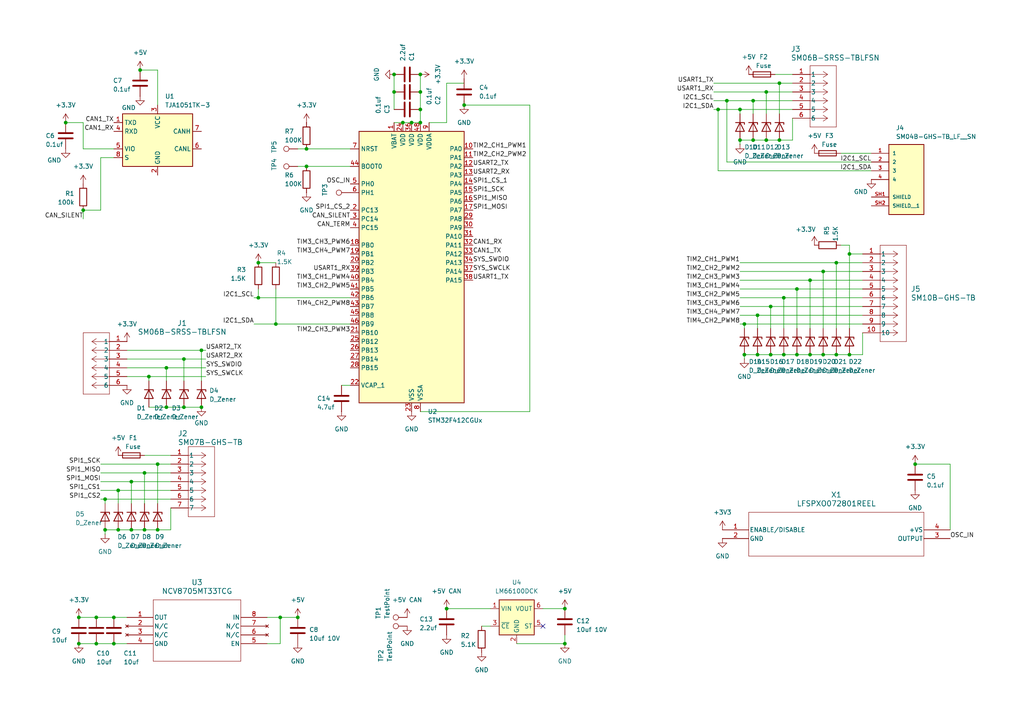
<source format=kicad_sch>
(kicad_sch (version 20250114) (generator "eeschema") (generator_version "9.0")
  (paper "A4")
  (lib_symbols
    (symbol "Connector:TestPoint" (pin_numbers (hide yes)) (pin_names (offset 0.762) (hide yes))
      (property "Reference" "TP" (at 0 6.858 0))
      (property "Value" "TestPoint" (at 0 5.08 0))
      (symbol "TestPoint_1_1"
        (pin passive line (at 0 0 90) (length 2.54) (name "1") (number "1"))
      )
    )
    (symbol "Device:C" (pin_numbers (hide yes)) (pin_names (offset 0.254))
      (property "Reference" "C" (at 0.635 2.54 0))
      (property "Value" "C" (at 0.635 -2.54 0))
      (symbol "C_1_1"
        (pin passive line (at 0 3.81 270) (length 2.794) (name "~") (number "1"))
        (pin passive line (at 0 -3.81 90) (length 2.794) (name "~") (number "2"))
      )
    )
    (symbol "Device:D_Zener" (pin_numbers (hide yes)) (pin_names (offset 1.016) (hide yes))
      (property "Reference" "D" (at 0 2.54 0))
      (property "Value" "D_Zener" (at 0 -2.54 0))
      (symbol "D_Zener_1_1"
        (pin passive line (at -3.81 0 0) (length 2.54) (name "K") (number "1"))
        (pin passive line (at 3.81 0 180) (length 2.54) (name "A") (number "2"))
      )
    )
    (symbol "Device:Fuse" (pin_numbers (hide yes)) (pin_names (offset 0))
      (property "Reference" "F" (at 2.032 0 90))
      (property "Value" "Fuse" (at -1.905 0 90))
      (symbol "Fuse_1_1"
        (pin passive line (at 0 3.81 270) (length 1.27) (name "~") (number "1"))
        (pin passive line (at 0 -3.81 90) (length 1.27) (name "~") (number "2"))
      )
    )
    (symbol "Device:R" (pin_numbers (hide yes)) (pin_names (offset 0))
      (property "Reference" "R" (at 2.032 0 90))
      (property "Value" "R" (at 0 0 90))
      (symbol "R_1_1"
        (pin passive line (at 0 3.81 270) (length 1.27) (name "~") (number "1"))
        (pin passive line (at 0 -3.81 90) (length 1.27) (name "~") (number "2"))
      )
    )
    (symbol "Interface_CAN_LIN:TJA1051TK-3"
      (property "Reference" "U" (at -10.16 8.89 0))
      (property "Value" "TJA1051TK-3" (at 1.27 8.89 0))
      (symbol "TJA1051TK-3_1_1"
        (pin input line (at -12.7 5.08 0) (length 2.54) (name "TXD") (number "1"))
        (pin output line (at -12.7 2.54 0) (length 2.54) (name "RXD") (number "4"))
        (pin power_in line (at -12.7 -2.54 0) (length 2.54) (name "VIO") (number "5"))
        (pin input line (at -12.7 -5.08 0) (length 2.54) (name "S") (number "8"))
        (pin power_in line (at 0 10.16 270) (length 2.54) (name "VCC") (number "3"))
        (pin power_in line (at 0 -10.16 90) (length 2.54) (name "GND") (number "2"))
        (pin passive line (at 0 -10.16 90) (length 2.54) (hide yes) (name "GND") (number "9"))
        (pin bidirectional line (at 12.7 2.54 180) (length 2.54) (name "CANH") (number "7"))
        (pin bidirectional line (at 12.7 -2.54 180) (length 2.54) (name "CANL") (number "6"))
      )
    )
    (symbol "LFSPXO072801:LFSPXO072801REEL" (pin_names (offset 0.254))
      (property "Reference" "X" (at 33.02 10.16 0))
      (property "Value" "LFSPXO072801REEL" (at 33.02 7.62 0))
      (symbol "LFSPXO072801REEL_0_1"
        (pin unspecified line (at 0 0 0) (length 7.62) (name "ENABLE/DISABLE") (number "1"))
        (pin power_out line (at 0 -2.54 0) (length 7.62) (name "GND") (number "2"))
        (pin power_in line (at 66.04 0 180) (length 7.62) (name "+VS") (number "4"))
        (pin output line (at 66.04 -2.54 180) (length 7.62) (name "OUTPUT") (number "3"))
      )
    )
    (symbol "MCU_ST_STM32F4:STM32F412CGUx"
      (property "Reference" "U" (at -15.24 41.91 0))
      (property "Value" "STM32F412CGUx" (at 7.62 41.91 0))
      (symbol "STM32F412CGUx_1_1"
        (pin input line (at -17.78 35.56 0) (length 2.54) (name "NRST") (number "7"))
        (pin input line (at -17.78 30.48 0) (length 2.54) (name "BOOT0") (number "44"))
        (pin bidirectional line (at -17.78 25.4 0) (length 2.54) (name "PH0") (number "5"))
        (pin bidirectional line (at -17.78 22.86 0) (length 2.54) (name "PH1") (number "6"))
        (pin bidirectional line (at -17.78 17.78 0) (length 2.54) (name "PC13") (number "2"))
        (pin bidirectional line (at -17.78 15.24 0) (length 2.54) (name "PC14") (number "3"))
        (pin bidirectional line (at -17.78 12.7 0) (length 2.54) (name "PC15") (number "4"))
        (pin bidirectional line (at -17.78 7.62 0) (length 2.54) (name "PB0") (number "18"))
        (pin bidirectional line (at -17.78 5.08 0) (length 2.54) (name "PB1") (number "19"))
        (pin bidirectional line (at -17.78 2.54 0) (length 2.54) (name "PB2") (number "20"))
        (pin bidirectional line (at -17.78 0 0) (length 2.54) (name "PB3") (number "39"))
        (pin bidirectional line (at -17.78 -2.54 0) (length 2.54) (name "PB4") (number "40"))
        (pin bidirectional line (at -17.78 -5.08 0) (length 2.54) (name "PB5") (number "41"))
        (pin bidirectional line (at -17.78 -7.62 0) (length 2.54) (name "PB6") (number "42"))
        (pin bidirectional line (at -17.78 -10.16 0) (length 2.54) (name "PB7") (number "43"))
        (pin bidirectional line (at -17.78 -12.7 0) (length 2.54) (name "PB8") (number "45"))
        (pin bidirectional line (at -17.78 -15.24 0) (length 2.54) (name "PB9") (number "46"))
        (pin bidirectional line (at -17.78 -17.78 0) (length 2.54) (name "PB10") (number "21"))
        (pin bidirectional line (at -17.78 -20.32 0) (length 2.54) (name "PB12") (number "25"))
        (pin bidirectional line (at -17.78 -22.86 0) (length 2.54) (name "PB13") (number "26"))
        (pin bidirectional line (at -17.78 -25.4 0) (length 2.54) (name "PB14") (number "27"))
        (pin bidirectional line (at -17.78 -27.94 0) (length 2.54) (name "PB15") (number "28"))
        (pin power_out line (at -17.78 -33.02 0) (length 2.54) (name "VCAP_1") (number "22"))
        (pin power_in line (at -5.08 43.18 270) (length 2.54) (name "VBAT") (number "1"))
        (pin power_in line (at -2.54 43.18 270) (length 2.54) (name "VDD") (number "24"))
        (pin power_in line (at 0 43.18 270) (length 2.54) (name "VDD") (number "36"))
        (pin power_in line (at 0 -40.64 90) (length 2.54) (name "VSS") (number "23"))
        (pin passive line (at 0 -40.64 90) (length 2.54) (hide yes) (name "VSS") (number "35"))
        (pin passive line (at 0 -40.64 90) (length 2.54) (hide yes) (name "VSS") (number "47"))
        (pin passive line (at 0 -40.64 90) (length 2.54) (hide yes) (name "VSS") (number "49"))
        (pin power_in line (at 2.54 43.18 270) (length 2.54) (name "VDD") (number "48"))
        (pin power_in line (at 2.54 -40.64 90) (length 2.54) (name "VSSA") (number "8"))
        (pin power_in line (at 5.08 43.18 270) (length 2.54) (name "VDDA") (number "9"))
        (pin bidirectional line (at 17.78 35.56 180) (length 2.54) (name "PA0") (number "10"))
        (pin bidirectional line (at 17.78 33.02 180) (length 2.54) (name "PA1") (number "11"))
        (pin bidirectional line (at 17.78 30.48 180) (length 2.54) (name "PA2") (number "12"))
        (pin bidirectional line (at 17.78 27.94 180) (length 2.54) (name "PA3") (number "13"))
        (pin bidirectional line (at 17.78 25.4 180) (length 2.54) (name "PA4") (number "14"))
        (pin bidirectional line (at 17.78 22.86 180) (length 2.54) (name "PA5") (number "15"))
        (pin bidirectional line (at 17.78 20.32 180) (length 2.54) (name "PA6") (number "16"))
        (pin bidirectional line (at 17.78 17.78 180) (length 2.54) (name "PA7") (number "17"))
        (pin bidirectional line (at 17.78 15.24 180) (length 2.54) (name "PA8") (number "29"))
        (pin bidirectional line (at 17.78 12.7 180) (length 2.54) (name "PA9") (number "30"))
        (pin bidirectional line (at 17.78 10.16 180) (length 2.54) (name "PA10") (number "31"))
        (pin bidirectional line (at 17.78 7.62 180) (length 2.54) (name "PA11") (number "32"))
        (pin bidirectional line (at 17.78 5.08 180) (length 2.54) (name "PA12") (number "33"))
        (pin bidirectional line (at 17.78 2.54 180) (length 2.54) (name "PA13") (number "34"))
        (pin bidirectional line (at 17.78 0 180) (length 2.54) (name "PA14") (number "37"))
        (pin bidirectional line (at 17.78 -2.54 180) (length 2.54) (name "PA15") (number "38"))
      )
    )
    (symbol "NCV8705MT33TCG:NCV8705MT33TCG" (pin_names (offset 0.254))
      (property "Reference" "U" (at 20.32 10.16 0))
      (property "Value" "NCV8705MT33TCG" (at 20.32 7.62 0))
      (symbol "NCV8705MT33TCG_0_1"
        (pin output line (at 0 0 0) (length 7.62) (name "OUT") (number "1"))
        (pin no_connect line (at 0 -2.54 0) (length 7.62) (name "N/C") (number "2"))
        (pin no_connect line (at 0 -5.08 0) (length 7.62) (name "N/C") (number "3"))
        (pin power_out line (at 0 -7.62 0) (length 7.62) (name "GND") (number "4"))
        (pin input line (at 40.64 0 180) (length 7.62) (name "IN") (number "8"))
        (pin no_connect line (at 40.64 -2.54 180) (length 7.62) (name "N/C") (number "7"))
        (pin no_connect line (at 40.64 -5.08 180) (length 7.62) (name "N/C") (number "6"))
        (pin unspecified line (at 40.64 -7.62 180) (length 7.62) (name "EN") (number "5"))
      )
    )
    (symbol "Power_Management:LM66100DCK"
      (property "Reference" "U" (at -5.08 6.096 0))
      (property "Value" "LM66100DCK" (at 0.254 -6.35 0))
      (symbol "LM66100DCK_1_1"
        (pin power_in line (at -7.62 2.54 0) (length 2.54) (name "VIN") (number "1"))
        (pin input line (at -7.62 -2.54 0) (length 2.54) (name "~{CE}") (number "3"))
        (pin no_connect line (at 0 5.08 270) (length 2.54) (hide yes) (name "NC") (number "4"))
        (pin power_in line (at 0 -7.62 90) (length 2.54) (name "GND") (number "2"))
        (pin power_out line (at 7.62 2.54 180) (length 2.54) (name "VOUT") (number "6"))
        (pin open_collector line (at 7.62 -2.54 180) (length 2.54) (name "ST") (number "5"))
      )
    )
    (symbol "SM04B-GHS-TB_LF__SN_-:SM04B-GHS-TB_LF__SN_-" (pin_names (offset 1.016))
      (property "Reference" "J" (at -5.0802 7.6203 0))
      (property "Value" "SM04B-GHS-TB_LF__SN_-" (at -5.0859 -15.2547 0))
      (symbol "SM04B-GHS-TB_LF__SN_-_0_0"
        (pin passive line (at -10.16 5.08 0) (length 5.08) (name "1") (number "1"))
        (pin passive line (at -10.16 2.54 0) (length 5.08) (name "2") (number "2"))
        (pin passive line (at -10.16 0 0) (length 5.08) (name "3") (number "3"))
        (pin passive line (at -10.16 -2.54 0) (length 5.08) (name "4") (number "4"))
        (pin power_in line (at -10.16 -7.62 0) (length 5.08) (name "SHIELD") (number "SH1"))
        (pin power_in line (at -10.16 -10.16 0) (length 5.08) (name "SHIELD__1") (number "SH2"))
      )
    )
    (symbol "SM06B-SRSS-TB:SM06B-SRSS-TBLFSN" (pin_names (offset 0.254))
      (property "Reference" "J" (at 8.89 6.35 0))
      (property "Value" "SM06B-SRSS-TBLFSN" (at 0 0 0))
      (symbol "SM06B-SRSS-TBLFSN_1_1"
        (pin unspecified line (at 0 0 0) (length 5.08) (name "1") (number "1"))
        (pin unspecified line (at 0 -2.54 0) (length 5.08) (name "2") (number "2"))
        (pin unspecified line (at 0 -5.08 0) (length 5.08) (name "3") (number "3"))
        (pin unspecified line (at 0 -7.62 0) (length 5.08) (name "4") (number "4"))
        (pin unspecified line (at 0 -10.16 0) (length 5.08) (name "5") (number "5"))
        (pin unspecified line (at 0 -12.7 0) (length 5.08) (name "6") (number "6"))
      )
      (symbol "SM06B-SRSS-TBLFSN_1_2"
        (pin unspecified line (at 0 0 0) (length 5.08) (name "1") (number "1"))
        (pin unspecified line (at 0 -2.54 0) (length 5.08) (name "2") (number "2"))
        (pin unspecified line (at 0 -5.08 0) (length 5.08) (name "3") (number "3"))
        (pin unspecified line (at 0 -7.62 0) (length 5.08) (name "4") (number "4"))
        (pin unspecified line (at 0 -10.16 0) (length 5.08) (name "5") (number "5"))
        (pin unspecified line (at 0 -12.7 0) (length 5.08) (name "6") (number "6"))
      )
    )
    (symbol "SM07B-GHS-TB:SM07B-GHS-TB" (pin_names (offset 0.254))
      (property "Reference" "J" (at 8.89 6.35 0))
      (property "Value" "SM07B-GHS-TB" (at 0 0 0))
      (symbol "SM07B-GHS-TB_1_1"
        (pin unspecified line (at 0 0 0) (length 5.08) (name "1") (number "1"))
        (pin unspecified line (at 0 -2.54 0) (length 5.08) (name "2") (number "2"))
        (pin unspecified line (at 0 -5.08 0) (length 5.08) (name "3") (number "3"))
        (pin unspecified line (at 0 -7.62 0) (length 5.08) (name "4") (number "4"))
        (pin unspecified line (at 0 -10.16 0) (length 5.08) (name "5") (number "5"))
        (pin unspecified line (at 0 -12.7 0) (length 5.08) (name "6") (number "6"))
        (pin unspecified line (at 0 -15.24 0) (length 5.08) (name "7") (number "7"))
      )
      (symbol "SM07B-GHS-TB_1_2"
        (pin unspecified line (at 0 0 0) (length 5.08) (name "1") (number "1"))
        (pin unspecified line (at 0 -2.54 0) (length 5.08) (name "2") (number "2"))
        (pin unspecified line (at 0 -5.08 0) (length 5.08) (name "3") (number "3"))
        (pin unspecified line (at 0 -7.62 0) (length 5.08) (name "4") (number "4"))
        (pin unspecified line (at 0 -10.16 0) (length 5.08) (name "5") (number "5"))
        (pin unspecified line (at 0 -12.7 0) (length 5.08) (name "6") (number "6"))
        (pin unspecified line (at 0 -15.24 0) (length 5.08) (name "7") (number "7"))
      )
    )
    (symbol "SM10B-GHS-TB:SM10B-GHS-TB" (pin_names (offset 0.254))
      (property "Reference" "J" (at 8.89 6.35 0))
      (property "Value" "SM10B-GHS-TB" (at 0 0 0))
      (symbol "SM10B-GHS-TB_1_1"
        (pin unspecified line (at 0 0 0) (length 5.08) (name "1") (number "1"))
        (pin unspecified line (at 0 -2.54 0) (length 5.08) (name "2") (number "2"))
        (pin unspecified line (at 0 -5.08 0) (length 5.08) (name "3") (number "3"))
        (pin unspecified line (at 0 -7.62 0) (length 5.08) (name "4") (number "4"))
        (pin unspecified line (at 0 -10.16 0) (length 5.08) (name "5") (number "5"))
        (pin unspecified line (at 0 -12.7 0) (length 5.08) (name "6") (number "6"))
        (pin unspecified line (at 0 -15.24 0) (length 5.08) (name "7") (number "7"))
        (pin unspecified line (at 0 -17.78 0) (length 5.08) (name "8") (number "8"))
        (pin unspecified line (at 0 -20.32 0) (length 5.08) (name "9") (number "9"))
        (pin unspecified line (at 0 -22.86 0) (length 5.08) (name "10") (number "10"))
      )
      (symbol "SM10B-GHS-TB_1_2"
        (pin unspecified line (at 0 0 0) (length 5.08) (name "1") (number "1"))
        (pin unspecified line (at 0 -2.54 0) (length 5.08) (name "2") (number "2"))
        (pin unspecified line (at 0 -5.08 0) (length 5.08) (name "3") (number "3"))
        (pin unspecified line (at 0 -7.62 0) (length 5.08) (name "4") (number "4"))
        (pin unspecified line (at 0 -10.16 0) (length 5.08) (name "5") (number "5"))
        (pin unspecified line (at 0 -12.7 0) (length 5.08) (name "6") (number "6"))
        (pin unspecified line (at 0 -15.24 0) (length 5.08) (name "7") (number "7"))
        (pin unspecified line (at 0 -17.78 0) (length 5.08) (name "8") (number "8"))
        (pin unspecified line (at 0 -20.32 0) (length 5.08) (name "9") (number "9"))
        (pin unspecified line (at 0 -22.86 0) (length 5.08) (name "10") (number "10"))
      )
    )
    (symbol "power:+3.3V" (power) (pin_numbers (hide yes)) (pin_names (offset 0) (hide yes))
      (property "Value" "+3.3V" (at 0 3.556 0))
      (symbol "+3.3V_1_1"
        (pin power_in line (at 0 0 90) (length 0) (name "~") (number "1"))
      )
    )
    (symbol "power:+3V3" (power) (pin_numbers (hide yes)) (pin_names (offset 0) (hide yes))
      (property "Value" "+3V3" (at 0 3.556 0))
      (symbol "+3V3_1_1"
        (pin power_in line (at 0 0 90) (length 0) (name "~") (number "1"))
      )
    )
    (symbol "power:+5V" (power) (pin_numbers (hide yes)) (pin_names (offset 0) (hide yes))
      (property "Value" "+5V" (at 0 3.556 0))
      (symbol "+5V_1_1"
        (pin power_in line (at 0 0 90) (length 0) (name "~") (number "1"))
      )
    )
    (symbol "power:GND" (power) (pin_numbers (hide yes)) (pin_names (offset 0) (hide yes))
      (property "Value" "GND" (at 0 -3.81 0))
      (symbol "GND_1_1"
        (pin power_in line (at 0 0 270) (length 0) (name "~") (number "1"))
      )
    )
  )
  (junction (at 53.34 104.14))
  (junction (at 41.91 137.16))
  (junction (at 86.36 179.07))
  (junction (at 238.76 102.87))
  (junction (at 222.25 26.67))
  (junction (at 119.38 35.56))
  (junction (at 22.86 186.69))
  (junction (at 218.44 29.21))
  (junction (at 246.38 102.87))
  (junction (at 30.48 144.78))
  (junction (at 58.42 118.11))
  (junction (at 265.43 134.62))
  (junction (at 88.9 48.26))
  (junction (at 214.63 31.75))
  (junction (at 33.02 179.07))
  (junction (at 114.3 26.67))
  (junction (at 34.29 153.67))
  (junction (at 121.92 26.67))
  (junction (at 226.06 40.64))
  (junction (at 215.9 93.98))
  (junction (at 81.28 179.07))
  (junction (at 74.93 76.2))
  (junction (at 227.33 102.87))
  (junction (at 41.91 153.67))
  (junction (at 219.71 91.44))
  (junction (at 53.34 118.11))
  (junction (at 226.06 24.13))
  (junction (at 38.1 153.67))
  (junction (at 114.3 21.59))
  (junction (at 222.25 40.64))
  (junction (at 58.42 101.6))
  (junction (at 43.18 109.22))
  (junction (at 242.57 102.87))
  (junction (at 24.13 60.96))
  (junction (at 227.33 86.36))
  (junction (at 215.9 102.87))
  (junction (at 218.44 40.64))
  (junction (at 34.29 142.24))
  (junction (at 219.71 102.87))
  (junction (at 214.63 40.64))
  (junction (at 246.38 73.66))
  (junction (at 238.76 78.74))
  (junction (at 234.95 102.87))
  (junction (at 210.82 29.21))
  (junction (at 45.72 134.62))
  (junction (at 163.83 176.53))
  (junction (at 223.52 102.87))
  (junction (at 129.54 176.53))
  (junction (at 234.95 81.28))
  (junction (at 121.92 31.75))
  (junction (at 48.26 106.68))
  (junction (at 231.14 102.87))
  (junction (at 116.84 35.56))
  (junction (at 242.57 76.2))
  (junction (at 33.02 186.69))
  (junction (at 22.86 179.07))
  (junction (at 121.92 35.56))
  (junction (at 163.83 186.69))
  (junction (at 231.14 83.82))
  (junction (at 30.48 153.67))
  (junction (at 121.92 21.59))
  (junction (at 38.1 139.7))
  (junction (at 88.9 43.18))
  (junction (at 208.28 31.75))
  (junction (at 40.64 20.32))
  (junction (at 27.94 179.07))
  (junction (at 19.05 35.56))
  (junction (at 74.93 86.36))
  (junction (at 48.26 118.11))
  (junction (at 45.72 153.67))
  (junction (at 134.62 30.48))
  (junction (at 27.94 186.69))
  (junction (at 80.01 93.98))
  (junction (at 223.52 88.9))
  (no_connect (at 157.48 181.61))
  (wire (pts (xy 134.62 29.21) (xy 134.62 30.48)))
  (wire (pts (xy 226.06 40.64) (xy 229.87 40.64)))
  (wire (pts (xy 214.63 31.75) (xy 229.87 31.75)))
  (wire (pts (xy 229.87 34.29) (xy 229.87 40.64)))
  (wire (pts (xy 49.53 147.32) (xy 49.53 153.67)))
  (wire (pts (xy 222.25 26.67) (xy 229.87 26.67)))
  (wire (pts (xy 38.1 153.67) (xy 41.91 153.67)))
  (wire (pts (xy 214.63 93.98) (xy 215.9 93.98)))
  (wire (pts (xy 29.21 139.7) (xy 38.1 139.7)))
  (wire (pts (xy 207.01 26.67) (xy 222.25 26.67)))
  (wire (pts (xy 214.63 88.9) (xy 223.52 88.9)))
  (wire (pts (xy 214.63 40.64) (xy 218.44 40.64)))
  (wire (pts (xy 218.44 29.21) (xy 218.44 33.02)))
  (wire (pts (xy 33.02 179.07) (xy 36.83 179.07)))
  (wire (pts (xy 121.92 31.75) (xy 121.92 35.56)))
  (wire (pts (xy 218.44 40.64) (xy 222.25 40.64)))
  (wire (pts (xy 29.21 45.72) (xy 29.21 60.96)))
  (wire (pts (xy 99.06 111.76) (xy 101.6 111.76)))
  (wire (pts (xy 29.21 142.24) (xy 34.29 142.24)))
  (wire (pts (xy 214.63 76.2) (xy 242.57 76.2)))
  (wire (pts (xy 45.72 134.62) (xy 49.53 134.62)))
  (wire (pts (xy 88.9 48.26) (xy 101.6 48.26)))
  (wire (pts (xy 36.83 109.22) (xy 43.18 109.22)))
  (wire (pts (xy 153.67 119.38) (xy 121.92 119.38)))
  (wire (pts (xy 43.18 109.22) (xy 59.69 109.22)))
  (wire (pts (xy 153.67 30.48) (xy 134.62 30.48)))
  (wire (pts (xy 153.67 30.48) (xy 153.67 119.38)))
  (wire (pts (xy 22.86 186.69) (xy 27.94 186.69)))
  (wire (pts (xy 214.63 40.64) (xy 214.63 41.91)))
  (wire (pts (xy 208.28 49.53) (xy 208.28 31.75)))
  (wire (pts (xy 243.84 71.12) (xy 246.38 71.12)))
  (wire (pts (xy 48.26 106.68) (xy 59.69 106.68)))
  (wire (pts (xy 24.13 60.96) (xy 24.13 63.5)))
  (wire (pts (xy 24.13 35.56) (xy 24.13 43.18)))
  (wire (pts (xy 163.83 186.69) (xy 163.83 184.15)))
  (wire (pts (xy 45.72 20.32) (xy 45.72 30.48)))
  (wire (pts (xy 53.34 104.14) (xy 53.34 110.49)))
  (wire (pts (xy 243.84 44.45) (xy 252.73 44.45)))
  (wire (pts (xy 214.63 81.28) (xy 234.95 81.28)))
  (wire (pts (xy 134.62 24.13) (xy 129.54 24.13)))
  (wire (pts (xy 226.06 24.13) (xy 229.87 24.13)))
  (wire (pts (xy 29.21 137.16) (xy 41.91 137.16)))
  (wire (pts (xy 19.05 35.56) (xy 24.13 35.56)))
  (wire (pts (xy 119.38 35.56) (xy 121.92 35.56)))
  (wire (pts (xy 129.54 24.13) (xy 129.54 35.56)))
  (wire (pts (xy 214.63 91.44) (xy 219.71 91.44)))
  (wire (pts (xy 24.13 60.96) (xy 29.21 60.96)))
  (wire (pts (xy 214.63 83.82) (xy 231.14 83.82)))
  (wire (pts (xy 227.33 95.25) (xy 227.33 86.36)))
  (wire (pts (xy 238.76 102.87) (xy 242.57 102.87)))
  (wire (pts (xy 252.73 49.53) (xy 208.28 49.53)))
  (wire (pts (xy 30.48 153.67) (xy 30.48 154.94)))
  (wire (pts (xy 215.9 102.87) (xy 215.9 104.14)))
  (wire (pts (xy 210.82 46.99) (xy 210.82 29.21)))
  (wire (pts (xy 246.38 73.66) (xy 246.38 95.25)))
  (wire (pts (xy 157.48 176.53) (xy 163.83 176.53)))
  (wire (pts (xy 114.3 26.67) (xy 114.3 31.75)))
  (wire (pts (xy 45.72 134.62) (xy 45.72 146.05)))
  (wire (pts (xy 43.18 109.22) (xy 43.18 110.49)))
  (wire (pts (xy 33.02 186.69) (xy 36.83 186.69)))
  (wire (pts (xy 224.79 21.59) (xy 229.87 21.59)))
  (wire (pts (xy 149.86 186.69) (xy 163.83 186.69)))
  (wire (pts (xy 58.42 101.6) (xy 59.69 101.6)))
  (wire (pts (xy 38.1 139.7) (xy 38.1 146.05)))
  (wire (pts (xy 231.14 102.87) (xy 234.95 102.87)))
  (wire (pts (xy 30.48 153.67) (xy 34.29 153.67)))
  (wire (pts (xy 246.38 102.87) (xy 250.19 102.87)))
  (wire (pts (xy 219.71 102.87) (xy 223.52 102.87)))
  (wire (pts (xy 41.91 137.16) (xy 41.91 146.05)))
  (wire (pts (xy 36.83 106.68) (xy 48.26 106.68)))
  (wire (pts (xy 77.47 179.07) (xy 81.28 179.07)))
  (wire (pts (xy 234.95 81.28) (xy 250.19 81.28)))
  (wire (pts (xy 246.38 73.66) (xy 246.38 71.12)))
  (wire (pts (xy 48.26 118.11) (xy 53.34 118.11)))
  (wire (pts (xy 207.01 29.21) (xy 210.82 29.21)))
  (wire (pts (xy 86.36 48.26) (xy 88.9 48.26)))
  (wire (pts (xy 215.9 102.87) (xy 219.71 102.87)))
  (wire (pts (xy 34.29 142.24) (xy 49.53 142.24)))
  (wire (pts (xy 41.91 132.08) (xy 49.53 132.08)))
  (wire (pts (xy 27.94 186.69) (xy 33.02 186.69)))
  (wire (pts (xy 234.95 102.87) (xy 238.76 102.87)))
  (wire (pts (xy 116.84 35.56) (xy 119.38 35.56)))
  (wire (pts (xy 214.63 78.74) (xy 238.76 78.74)))
  (wire (pts (xy 34.29 153.67) (xy 38.1 153.67)))
  (wire (pts (xy 81.28 179.07) (xy 86.36 179.07)))
  (wire (pts (xy 33.02 45.72) (xy 29.21 45.72)))
  (wire (pts (xy 265.43 134.62) (xy 275.59 134.62)))
  (wire (pts (xy 210.82 29.21) (xy 218.44 29.21)))
  (wire (pts (xy 238.76 78.74) (xy 238.76 95.25)))
  (wire (pts (xy 43.18 118.11) (xy 48.26 118.11)))
  (wire (pts (xy 41.91 137.16) (xy 49.53 137.16)))
  (wire (pts (xy 223.52 88.9) (xy 223.52 95.25)))
  (wire (pts (xy 27.94 179.07) (xy 33.02 179.07)))
  (wire (pts (xy 80.01 83.82) (xy 80.01 93.98)))
  (wire (pts (xy 73.66 86.36) (xy 74.93 86.36)))
  (wire (pts (xy 250.19 96.52) (xy 250.19 102.87)))
  (wire (pts (xy 207.01 24.13) (xy 226.06 24.13)))
  (wire (pts (xy 231.14 83.82) (xy 231.14 95.25)))
  (wire (pts (xy 231.14 83.82) (xy 250.19 83.82)))
  (wire (pts (xy 38.1 139.7) (xy 49.53 139.7)))
  (wire (pts (xy 242.57 76.2) (xy 242.57 95.25)))
  (wire (pts (xy 74.93 83.82) (xy 74.93 86.36)))
  (wire (pts (xy 81.28 179.07) (xy 81.28 186.69)))
  (wire (pts (xy 34.29 142.24) (xy 34.29 146.05)))
  (wire (pts (xy 223.52 88.9) (xy 250.19 88.9)))
  (wire (pts (xy 250.19 73.66) (xy 246.38 73.66)))
  (wire (pts (xy 24.13 43.18) (xy 33.02 43.18)))
  (wire (pts (xy 121.92 26.67) (xy 121.92 31.75)))
  (wire (pts (xy 74.93 86.36) (xy 101.6 86.36)))
  (wire (pts (xy 215.9 93.98) (xy 250.19 93.98)))
  (wire (pts (xy 242.57 76.2) (xy 250.19 76.2)))
  (wire (pts (xy 45.72 153.67) (xy 49.53 153.67)))
  (wire (pts (xy 114.3 35.56) (xy 116.84 35.56)))
  (wire (pts (xy 45.72 20.32) (xy 40.64 20.32)))
  (wire (pts (xy 139.7 181.61) (xy 142.24 181.61)))
  (wire (pts (xy 252.73 46.99) (xy 210.82 46.99)))
  (wire (pts (xy 121.92 21.59) (xy 121.92 26.67)))
  (wire (pts (xy 208.28 31.75) (xy 214.63 31.75)))
  (wire (pts (xy 234.95 81.28) (xy 234.95 95.25)))
  (wire (pts (xy 207.01 31.75) (xy 208.28 31.75)))
  (wire (pts (xy 129.54 176.53) (xy 142.24 176.53)))
  (wire (pts (xy 77.47 186.69) (xy 81.28 186.69)))
  (wire (pts (xy 36.83 104.14) (xy 53.34 104.14)))
  (wire (pts (xy 214.63 86.36) (xy 227.33 86.36)))
  (wire (pts (xy 222.25 26.67) (xy 222.25 33.02)))
  (wire (pts (xy 223.52 102.87) (xy 227.33 102.87)))
  (wire (pts (xy 227.33 102.87) (xy 231.14 102.87)))
  (wire (pts (xy 238.76 78.74) (xy 250.19 78.74)))
  (wire (pts (xy 53.34 104.14) (xy 59.69 104.14)))
  (wire (pts (xy 226.06 24.13) (xy 226.06 33.02)))
  (wire (pts (xy 218.44 29.21) (xy 229.87 29.21)))
  (wire (pts (xy 88.9 43.18) (xy 101.6 43.18)))
  (wire (pts (xy 73.66 93.98) (xy 80.01 93.98)))
  (wire (pts (xy 29.21 144.78) (xy 30.48 144.78)))
  (wire (pts (xy 80.01 93.98) (xy 101.6 93.98)))
  (wire (pts (xy 222.25 40.64) (xy 226.06 40.64)))
  (wire (pts (xy 242.57 102.87) (xy 246.38 102.87)))
  (wire (pts (xy 53.34 118.11) (xy 58.42 118.11)))
  (wire (pts (xy 48.26 106.68) (xy 48.26 110.49)))
  (wire (pts (xy 227.33 86.36) (xy 250.19 86.36)))
  (wire (pts (xy 86.36 43.18) (xy 88.9 43.18)))
  (wire (pts (xy 215.9 93.98) (xy 215.9 95.25)))
  (wire (pts (xy 36.83 101.6) (xy 58.42 101.6)))
  (wire (pts (xy 114.3 21.59) (xy 114.3 26.67)))
  (wire (pts (xy 124.46 35.56) (xy 129.54 35.56)))
  (wire (pts (xy 30.48 146.05) (xy 30.48 144.78)))
  (wire (pts (xy 30.48 144.78) (xy 49.53 144.78)))
  (wire (pts (xy 58.42 101.6) (xy 58.42 110.49)))
  (wire (pts (xy 219.71 91.44) (xy 250.19 91.44)))
  (wire (pts (xy 22.86 179.07) (xy 27.94 179.07)))
  (wire (pts (xy 41.91 153.67) (xy 45.72 153.67)))
  (wire (pts (xy 74.93 76.2) (xy 80.01 76.2)))
  (wire (pts (xy 219.71 91.44) (xy 219.71 95.25)))
  (wire (pts (xy 214.63 31.75) (xy 214.63 33.02)))
  (wire (pts (xy 275.59 134.62) (xy 275.59 153.67)))
  (wire (pts (xy 29.21 134.62) (xy 45.72 134.62)))
  (label "" (at 137.16 73.66 0))
  (label "TIM3_CH3_PWM6" (at 214.63 88.9 180))
  (label "USART1_TX" (at 207.01 24.13 180))
  (label "CAN1_TX" (at 137.16 73.66 0))
  (label "TIM3_CH4_PWM7" (at 214.63 91.44 180))
  (label "CAN_SILENT" (at 101.6 63.5 180))
  (label "TIM3_CH3_PWM6" (at 101.6 71.12 180))
  (label "TIM2_CH3_PWM3" (at 101.6 96.52 180))
  (label "SYS_SWDIO" (at 137.16 76.2 0))
  (label "TIM3_CH4_PWM7" (at 101.6 73.66 180))
  (label "I2C1_SCL" (at 73.66 86.36 180))
  (label "SPI1_CS_2" (at 101.6 60.96 180))
  (label "TIM2_CH3_PWM3" (at 214.63 81.28 180))
  (label "I2C1_SDA" (at 252.73 49.53 180))
  (label "OSC_IN" (at 101.6 53.34 180))
  (label "SPI1_CS1" (at 29.21 142.24 180))
  (label "SPI1_SCK" (at 137.16 55.88 0))
  (label "USART1_TX" (at 137.16 81.28 0))
  (label "SYS_SWCLK" (at 59.69 109.22 0))
  (label "SPI1_MISO" (at 137.16 58.42 0))
  (label "I2C1_SDA" (at 207.01 31.75 180))
  (label "USART2_TX" (at 137.16 48.26 0))
  (label "USART2_RX" (at 137.16 50.8 0))
  (label "TIM3_CH1_PWM4" (at 101.6 81.28 180))
  (label "TIM2_CH2_PWM2" (at 137.16 45.72 0))
  (label "CAN1_RX" (at 33.02 38.1 180))
  (label "USART1_RX" (at 101.6 78.74 180))
  (label "I2C1_SCL" (at 207.01 29.21 180))
  (label "SPI1_SCK" (at 29.21 134.62 180))
  (label "SPI1_CS_1" (at 137.16 53.34 0))
  (label "SPI1_MOSI" (at 137.16 60.96 0))
  (label "SPI1_MISO" (at 29.21 137.16 180))
  (label "CAN_SILENT" (at 24.13 63.5 180))
  (label "CAN1_RX" (at 137.16 71.12 0))
  (label "CAN_TERM" (at 101.6 66.04 180))
  (label "USART1_RX" (at 207.01 26.67 180))
  (label "USART2_RX" (at 59.69 104.14 0))
  (label "TIM2_CH1_PWM1" (at 137.16 43.18 0))
  (label "USART2_TX" (at 59.69 101.6 0))
  (label "OSC_IN" (at 275.59 156.21 0))
  (label "SPI1_MOSI" (at 29.21 139.7 180))
  (label "I2C1_SCL" (at 252.73 46.99 180))
  (label "TIM2_CH1_PWM1" (at 214.63 76.2 180))
  (label "TIM3_CH2_PWM5" (at 101.6 83.82 180))
  (label "I2C1_SDA" (at 73.66 93.98 180))
  (label "TIM4_CH2_PWM8" (at 214.63 93.98 180))
  (label "CAN1_TX" (at 33.02 35.56 180))
  (label "SPI1_CS2" (at 29.21 144.78 180))
  (label "TIM4_CH2_PWM8" (at 101.6 88.9 180))
  (label "TIM3_CH1_PWM4" (at 214.63 83.82 180))
  (label "SYS_SWDIO" (at 59.69 106.68 0))
  (label "TIM3_CH2_PWM5" (at 214.63 86.36 180))
  (label "SYS_SWCLK" (at 137.16 78.74 0))
  (label "TIM2_CH2_PWM2" (at 214.63 78.74 180))
  (symbol (lib_id "Connector:TestPoint") (at 86.36 48.26 90) (unit 1)
    (property "Reference" "TP4" (at 79.502 49.53 0) (effects (justify left)))
    (property "Value" "TestPoint" (effects (hide yes)))
    (property "Description" "test point" (effects (hide yes)))
  )
  (symbol (lib_id "Device:D_Zener") (at 53.34 114.3 270) (unit 1)
    (property "Reference" "D3" (at 49.784 118.364 90) (effects (justify left)))
    (property "Value" "D_Zener" (at 49.784 120.904 90) (effects (justify left)))
    (property "Description" "Zener diode" (effects (hide yes)))
  )
  (symbol (lib_id "Device:D_Zener") (at 231.14 99.06 270) (unit 1)
    (property "Reference" "D18" (at 230.886 104.902 90) (effects (justify left)))
    (property "Value" "D_Zener" (at 230.886 107.442 90) (effects (justify left)))
    (property "Description" "Zener diode" (effects (hide yes)))
  )
  (symbol (lib_id "power:GND") (at 163.83 186.69 0) (unit 1)
    (property "Reference" "#PWR026" (effects (hide yes)))
    (property "Value" "GND" (at 163.83 191.77 0))
    (property "Description" "Power symbol creates a global label with name \"GND\" , ground" (effects (hide yes)))
  )
  (symbol (lib_id "Device:D_Zener") (at 219.71 99.06 270) (unit 1)
    (property "Reference" "D15" (at 219.456 104.902 90) (effects (justify left)))
    (property "Value" "D_Zener" (at 219.456 107.442 90) (effects (justify left)))
    (property "Description" "Zener diode" (effects (hide yes)))
  )
  (symbol (lib_id "power:+3.3V") (at 24.13 53.34 0) (unit 1)
    (property "Reference" "#PWR01" (effects (hide yes)))
    (property "Value" "+3.3V" (at 24.13 48.26 0))
    (property "Description" "Power symbol creates a global label with name \"+3.3V\"" (effects (hide yes)))
  )
  (symbol (lib_id "Device:Fuse") (at 220.98 21.59 90) (unit 1)
    (property "Reference" "F2" (at 221.488 16.51 90))
    (property "Value" "Fuse" (at 221.488 19.05 90))
    (property "Description" "Fuse" (effects (hide yes)))
  )
  (symbol (lib_id "Device:D_Zener") (at 215.9 99.06 270) (unit 1)
    (property "Reference" "D14" (at 217.17 104.902 90) (effects (justify left)))
    (property "Value" "D_Zener" (at 217.17 107.442 90) (effects (justify left)))
    (property "Description" "Zener diode" (effects (hide yes)))
  )
  (symbol (lib_id "Device:D_Zener") (at 238.76 99.06 270) (unit 1)
    (property "Reference" "D20" (at 238.506 104.902 90) (effects (justify left)))
    (property "Value" "D_Zener" (at 238.506 107.442 90) (effects (justify left)))
    (property "Description" "Zener diode" (effects (hide yes)))
  )
  (symbol (lib_id "power:+5V") (at 163.83 176.53 0) (unit 1)
    (property "Reference" "#PWR025" (effects (hide yes)))
    (property "Value" "+5V" (at 163.83 171.45 0))
    (property "Description" "Power symbol creates a global label with name \"+5V\"" (effects (hide yes)))
  )
  (symbol (lib_id "power:GND") (at 129.54 184.15 0) (unit 1)
    (property "Reference" "#PWR028" (effects (hide yes)))
    (property "Value" "GND" (at 129.54 189.23 0))
    (property "Description" "Power symbol creates a global label with name \"GND\" , ground" (effects (hide yes)))
  )
  (symbol (lib_id "power:+3.3V") (at 74.93 76.2 0) (unit 1)
    (property "Reference" "#PWR036" (effects (hide yes)))
    (property "Value" "+3.3V" (at 74.93 71.12 0))
    (property "Description" "Power symbol creates a global label with name \"+3.3V\"" (effects (hide yes)))
  )
  (symbol (lib_id "Device:D_Zener") (at 58.42 114.3 270) (unit 1)
    (property "Reference" "D4" (at 60.706 113.284 90) (effects (justify left)))
    (property "Value" "D_Zener" (at 60.706 115.824 90) (effects (justify left)))
    (property "Description" "Zener diode" (effects (hide yes)))
  )
  (symbol (lib_id "power:+5V") (at 86.36 179.07 0) (unit 1)
    (property "Reference" "#PWR020" (effects (hide yes)))
    (property "Value" "+5V" (at 86.36 173.99 0))
    (property "Description" "Power symbol creates a global label with name \"+5V\"" (effects (hide yes)))
  )
  (symbol (lib_id "Connector:TestPoint") (at 118.11 179.07 90) (unit 1)
    (property "Reference" "TP1" (at 109.728 179.578 0) (effects (justify left)))
    (property "Value" "TestPoint" (at 112.268 179.578 0) (effects (justify left)))
    (property "Description" "test point" (effects (hide yes)))
  )
  (symbol (lib_id "power:+3.3V") (at 36.83 99.06 0) (unit 1)
    (property "Reference" "#PWR015" (effects (hide yes)))
    (property "Value" "+3.3V" (at 36.83 93.98 0))
    (property "Description" "Power symbol creates a global label with name \"+3.3V\"" (effects (hide yes)))
  )
  (symbol (lib_id "power:GND") (at 22.86 186.69 0) (unit 1)
    (property "Reference" "#PWR022" (effects (hide yes)))
    (property "Value" "GND" (at 22.86 191.77 0))
    (property "Description" "Power symbol creates a global label with name \"GND\" , ground" (effects (hide yes)))
  )
  (symbol (lib_id "SM04B-GHS-TB_LF__SN_-:SM04B-GHS-TB_LF__SN_-") (at 262.89 49.53 0) (unit 1)
    (property "Reference" "J4" (at 259.842 37.084 0) (effects (justify left)))
    (property "Value" "SM04B-GHS-TB_LF__SN" (at 259.842 39.624 0) (effects (justify left)))
    (property "Footprint" "SM04B-GHS-TB_LF__SN_-:JST_SM04B-GHS-TB_LF__SN_-" (effects (hide yes)))
    (property "PARTREV" "NA" (effects (hide yes)))
    (property "STANDARD" "Manufacturer Recommendations" (effects (hide yes)))
    (property "MANUFACTURER" "JHS" (effects (hide yes)))
  )
  (symbol (lib_id "power:GND") (at 30.48 154.94 0) (unit 1)
    (property "Reference" "#PWR019" (effects (hide yes)))
    (property "Value" "GND" (at 30.48 160.02 0))
    (property "Description" "Power symbol creates a global label with name \"GND\" , ground" (effects (hide yes)))
  )
  (symbol (lib_id "power:GND") (at 252.73 52.07 0) (unit 1)
    (property "Reference" "#PWR035" (effects (hide yes)))
    (property "Value" "GND" (at 249.682 55.626 0))
    (property "Description" "Power symbol creates a global label with name \"GND\" , ground" (effects (hide yes)))
  )
  (symbol (lib_id "Device:D_Zener") (at 218.44 36.83 270) (unit 1)
    (property "Reference" "D11" (at 218.186 42.672 90) (effects (justify left)))
    (property "Value" "D_Zener" (at 218.186 45.212 90) (effects (justify left)))
    (property "Description" "Zener diode" (effects (hide yes)))
  )
  (symbol (lib_id "power:+3.3V") (at 121.92 21.59 270) (mirror x) (unit 1)
    (property "Reference" "#PWR02" (effects (hide yes)))
    (property "Value" "+3.3V" (at 127 21.59 0))
    (property "Description" "Power symbol creates a global label with name \"+3.3V\"" (effects (hide yes)))
  )
  (symbol (lib_id "power:GND") (at 215.9 104.14 0) (unit 1)
    (property "Reference" "#PWR038" (effects (hide yes)))
    (property "Value" "GND" (at 215.9 109.22 0))
    (property "Description" "Power symbol creates a global label with name \"GND\" , ground" (effects (hide yes)))
  )
  (symbol (lib_id "LFSPXO072801:LFSPXO072801REEL") (at 209.55 153.67 0) (unit 1)
    (property "Reference" "X1" (at 242.57 143.51 0) (effects (font (size 1.524 1.524))))
    (property "Value" "LFSPXO072801REEL" (at 242.57 146.05 0) (effects (font (size 1.524 1.524))))
    (property "Footprint" "LFSPXO072801REEL_IQD" (effects (hide yes)))
    (property "Datasheet" "LFSPXO072801REEL" (effects (hide yes)))
  )
  (symbol (lib_id "Device:R") (at 74.93 80.01 0) (unit 1)
    (property "Reference" "R3" (at 71.374 78.232 0) (effects (justify right)))
    (property "Value" "1.5K" (at 71.374 80.772 0) (effects (justify right)))
    (property "Description" "Resistor" (effects (hide yes)))
  )
  (symbol (lib_id "power:GND") (at 58.42 118.11 0) (unit 1)
    (property "Reference" "#PWR017" (effects (hide yes)))
    (property "Value" "GND" (at 58.42 122.682 0))
    (property "Description" "Power symbol creates a global label with name \"GND\" , ground" (effects (hide yes)))
  )
  (symbol (lib_id "Device:R") (at 88.9 39.37 0) (unit 1)
    (property "Reference" "R7" (at 82.55 38.1 0) (effects (justify left)))
    (property "Value" "100K" (at 82.55 40.64 0) (effects (justify left)))
    (property "Description" "Resistor" (effects (hide yes)))
  )
  (symbol (lib_id "power:GND") (at 88.9 55.88 0) (unit 1)
    (property "Reference" "#PWR039" (effects (hide yes)))
    (property "Value" "GND" (at 88.9 60.96 0))
    (property "Description" "Power symbol creates a global label with name \"GND\" , ground" (effects (hide yes)))
  )
  (symbol (lib_id "MCU_ST_STM32F4:STM32F412CGUx") (at 119.38 78.74 0) (unit 1)
    (property "Reference" "U2" (at 124.0633 119.38 0) (effects (justify left)))
    (property "Value" "STM32F412CGUx" (at 124.0633 121.92 0) (effects (justify left)))
    (property "Footprint" "Package_DFN_QFN:QFN-48-1EP_7x7mm_P0.5mm_EP5.6x5.6mm" (effects (hide yes)))
    (property "Datasheet" "https://www.st.com/resource/en/datasheet/stm32f412cg.pdf" (effects (hide yes)))
    (property "Description" "STMicroelectronics Arm Cortex-M4 MCU, 1024KB flash, 256KB RAM, 100 MHz, 1.7-3.6V, 36 GPIO, UFQFPN48" (effects (hide yes)))
  )
  (symbol (lib_id "Device:D_Zener") (at 226.06 36.83 270) (unit 1)
    (property "Reference" "D13" (at 225.298 42.672 90) (effects (justify left)))
    (property "Value" "D_Zener" (at 225.298 45.212 90) (effects (justify left)))
    (property "Description" "Zener diode" (effects (hide yes)))
  )
  (symbol (lib_id "power:GND") (at 99.06 119.38 0) (unit 1)
    (property "Reference" "#PWR032" (effects (hide yes)))
    (property "Value" "GND" (at 99.06 124.46 0))
    (property "Description" "Power symbol creates a global label with name \"GND\" , ground" (effects (hide yes)))
  )
  (symbol (lib_id "Device:D_Zener") (at 30.48 149.86 270) (unit 1)
    (property "Reference" "D5" (at 21.844 149.098 90) (effects (justify left)))
    (property "Value" "D_Zener" (at 21.844 151.638 90) (effects (justify left)))
    (property "Description" "Zener diode" (effects (hide yes)))
  )
  (symbol (lib_id "power:+5V") (at 129.54 176.53 0) (unit 1)
    (property "Reference" "#PWR027" (effects (hide yes)))
    (property "Value" "+5V CAN" (at 129.54 171.45 0))
    (property "Description" "Power symbol creates a global label with name \"+5V\"" (effects (hide yes)))
  )
  (symbol (lib_id "power:GND") (at 214.63 41.91 0) (unit 1)
    (property "Reference" "#PWR033" (effects (hide yes)))
    (property "Value" "GND" (at 214.63 46.99 0))
    (property "Description" "Power symbol creates a global label with name \"GND\" , ground" (effects (hide yes)))
  )
  (symbol (lib_id "power:+5V") (at 40.64 20.32 0) (unit 1)
    (property "Reference" "#PWR013" (effects (hide yes)))
    (property "Value" "+5V" (at 40.64 15.24 0))
    (property "Description" "Power symbol creates a global label with name \"+5V\"" (effects (hide yes)))
  )
  (symbol (lib_id "power:GND") (at 36.83 111.76 0) (unit 1)
    (property "Reference" "#PWR016" (effects (hide yes)))
    (property "Value" "GND" (at 36.83 116.84 0))
    (property "Description" "Power symbol creates a global label with name \"GND\" , ground" (effects (hide yes)))
  )
  (symbol (lib_id "Device:C") (at 118.11 21.59 270) (mirror x) (unit 1)
    (property "Reference" "C1" (at 119.3801 17.78 0) (effects (justify left)))
    (property "Value" "2.2uf" (at 116.84 17.78 0) (effects (justify left)))
    (property "Description" "Unpolarized capacitor" (effects (hide yes)))
  )
  (symbol (lib_id "power:+3V3") (at 265.43 134.62 0) (unit 1)
    (property "Reference" "#PWR07" (effects (hide yes)))
    (property "Value" "+3.3V" (at 265.43 129.54 0))
    (property "Description" "Power symbol creates a global label with name \"+3V3\"" (effects (hide yes)))
  )
  (symbol (lib_id "Device:R") (at 139.7 185.42 0) (unit 1)
    (property "Reference" "R2" (at 133.604 184.404 0) (effects (justify left)))
    (property "Value" "5.1K" (at 133.604 186.944 0) (effects (justify left)))
    (property "Description" "Resistor" (effects (hide yes)))
  )
  (symbol (lib_id "power:GND") (at 19.05 43.18 0) (unit 1)
    (property "Reference" "#PWR012" (effects (hide yes)))
    (property "Value" "GND" (at 15.748 46.482 0))
    (property "Description" "Power symbol creates a global label with name \"GND\" , ground" (effects (hide yes)))
  )
  (symbol (lib_id "Device:C") (at 19.05 39.37 0) (unit 1)
    (property "Reference" "C6" (at 13.208 39.37 0) (effects (justify left)))
    (property "Value" "0.1uf" (at 13.208 41.91 0) (effects (justify left)))
    (property "Description" "Unpolarized capacitor" (effects (hide yes)))
  )
  (symbol (lib_id "Device:Fuse") (at 38.1 132.08 90) (unit 1)
    (property "Reference" "F1" (at 38.608 127 90))
    (property "Value" "Fuse" (at 38.608 129.54 90))
    (property "Description" "Fuse" (effects (hide yes)))
  )
  (symbol (lib_id "power:+3.3V") (at 19.05 35.56 0) (unit 1)
    (property "Reference" "#PWR011" (effects (hide yes)))
    (property "Value" "+3.3V" (at 19.05 30.48 0))
    (property "Description" "Power symbol creates a global label with name \"+3.3V\"" (effects (hide yes)))
  )
  (symbol (lib_id "Device:D_Zener") (at 45.72 149.86 270) (unit 1)
    (property "Reference" "D9" (at 44.958 155.702 90) (effects (justify left)))
    (property "Value" "D_Zener" (at 44.958 158.242 90) (effects (justify left)))
    (property "Description" "Zener diode" (effects (hide yes)))
  )
  (symbol (lib_id "power:GND") (at 209.55 156.21 0) (unit 1)
    (property "Reference" "#PWR06" (effects (hide yes)))
    (property "Value" "GND" (at 209.55 161.29 0))
    (property "Description" "Power symbol creates a global label with name \"GND\" , ground" (effects (hide yes)))
  )
  (symbol (lib_id "SM07B-GHS-TB:SM07B-GHS-TB") (at 49.53 132.08 0) (unit 1)
    (property "Reference" "J2" (at 51.562 125.73 0) (effects (font (size 1.524 1.524)) (justify left)))
    (property "Value" "SM07B-GHS-TB" (at 51.562 128.27 0) (effects (font (size 1.524 1.524)) (justify left)))
    (property "Footprint" "CONN_SM07B-GHS-TB_JST" (effects (hide yes)))
    (property "Datasheet" "SM07B-GHS-TB" (effects (hide yes)))
  )
  (symbol (lib_id "Device:C") (at 265.43 138.43 0) (unit 1)
    (property "Reference" "C5" (at 268.732 138.1759 0) (effects (justify left)))
    (property "Value" "0.1uf" (at 268.732 140.716 0) (effects (justify left)))
    (property "Description" "Unpolarized capacitor" (effects (hide yes)))
  )
  (symbol (lib_id "SM06B-SRSS-TB:SM06B-SRSS-TBLFSN") (at 36.83 99.06 0) (mirror y) (unit 1)
    (property "Reference" "J1" (at 52.832 93.726 0) (effects (font (size 1.524 1.524))))
    (property "Value" "SM06B-SRSS-TBLFSN" (at 52.832 96.266 0) (effects (font (size 1.524 1.524))))
    (property "Footprint" "CONN_SM06B-SRSS-TB_JST" (effects (hide yes)))
    (property "Datasheet" "SM06B-SRSS-TBLFSN" (effects (hide yes)))
  )
  (symbol (lib_id "SM10B-GHS-TB:SM10B-GHS-TB") (at 250.19 73.66 0) (unit 1)
    (property "Reference" "J5" (at 264.16 83.8199 0) (effects (font (size 1.524 1.524)) (justify left)))
    (property "Value" "SM10B-GHS-TB" (at 264.16 86.3599 0) (effects (font (size 1.524 1.524)) (justify left)))
    (property "Footprint" "CONN_SM10B-GHS-TB_JST" (effects (hide yes)))
    (property "Datasheet" "SM10B-GHS-TB" (effects (hide yes)))
  )
  (symbol (lib_id "power:GND") (at 86.36 186.69 0) (unit 1)
    (property "Reference" "#PWR021" (effects (hide yes)))
    (property "Value" "GND" (at 86.36 191.77 0))
    (property "Description" "Power symbol creates a global label with name \"GND\" , ground" (effects (hide yes)))
  )
  (symbol (lib_id "Power_Management:LM66100DCK") (at 149.86 179.07 0) (unit 1)
    (property "Reference" "U4" (at 149.86 168.91 0))
    (property "Value" "LM66100DCK" (at 149.86 171.45 0))
    (property "Footprint" "Package_TO_SOT_SMD:SOT-363_SC-70-6" (effects (hide yes)))
    (property "Datasheet" "https://www.ti.com/lit/ds/symlink/lm66100.pdf" (effects (hide yes)))
    (property "Description" "Ideal Diode With Input Polarity Protection 1.5 - 5.5V  Input Voltage, 1.5A Output Current, Ron 141 mOhm, SC-70-6" (effects (hide yes)))
  )
  (symbol (lib_id "power:+5V") (at 236.22 44.45 0) (unit 1)
    (property "Reference" "#PWR034" (effects (hide yes)))
    (property "Value" "+5V" (at 236.22 39.37 0))
    (property "Description" "Power symbol creates a global label with name \"+5V\"" (effects (hide yes)))
  )
  (symbol (lib_id "Device:D_Zener") (at 41.91 149.86 270) (unit 1)
    (property "Reference" "D8" (at 41.148 155.702 90) (effects (justify left)))
    (property "Value" "D_Zener" (at 41.148 158.242 90) (effects (justify left)))
    (property "Description" "Zener diode" (effects (hide yes)))
  )
  (symbol (lib_id "power:GND") (at 139.7 189.23 0) (unit 1)
    (property "Reference" "#PWR024" (effects (hide yes)))
    (property "Value" "GND" (at 139.7 194.31 0))
    (property "Description" "Power symbol creates a global label with name \"GND\" , ground" (effects (hide yes)))
  )
  (symbol (lib_id "power:GND") (at 265.43 142.24 0) (unit 1)
    (property "Reference" "#PWR08" (effects (hide yes)))
    (property "Value" "GND" (at 265.43 147.32 0))
    (property "Description" "Power symbol creates a global label with name \"GND\" , ground" (effects (hide yes)))
  )
  (symbol (lib_id "power:+3.3V") (at 88.9 35.56 0) (unit 1)
    (property "Reference" "#PWR040" (effects (hide yes)))
    (property "Value" "+3.3V" (at 88.9 30.48 0))
    (property "Description" "Power symbol creates a global label with name \"+3.3V\"" (effects (hide yes)))
  )
  (symbol (lib_id "Interface_CAN_LIN:TJA1051TK-3") (at 45.72 40.64 0) (unit 1)
    (property "Reference" "U1" (at 47.8633 27.94 0) (effects (justify left)))
    (property "Value" "TJA1051TK-3" (at 47.8633 30.48 0) (effects (justify left)))
    (property "Footprint" "Package_SON:HVSON-8-1EP_3x3mm_P0.65mm_EP1.6x2.4mm" (effects (hide yes)))
    (property "Datasheet" "https://www.nxp.com/docs/en/data-sheet/TJA1051.pdf" (effects (hide yes)))
    (property "Description" "High-Speed CAN Transceiver, separate VIO, silent mode, VSON-8 (DFN-8)" (effects (hide yes)))
  )
  (symbol (lib_id "Device:C") (at 22.86 182.88 0) (unit 1)
    (property "Reference" "C9" (at 14.986 183.1339 0) (effects (justify left)))
    (property "Value" "10uf" (at 14.986 185.674 0) (effects (justify left)))
    (property "Description" "Unpolarized capacitor" (effects (hide yes)))
  )
  (symbol (lib_id "Device:D_Zener") (at 43.18 114.3 270) (unit 1)
    (property "Reference" "D1" (at 39.624 118.364 90) (effects (justify left)))
    (property "Value" "D_Zener" (at 39.624 120.904 90) (effects (justify left)))
    (property "Description" "Zener diode" (effects (hide yes)))
  )
  (symbol (lib_id "power:+3V3") (at 209.55 153.67 0) (unit 1)
    (property "Reference" "#PWR09" (effects (hide yes)))
    (property "Value" "+3V3" (at 209.55 148.59 0))
    (property "Description" "Power symbol creates a global label with name \"+3V3\"" (effects (hide yes)))
  )
  (symbol (lib_id "power:+5V") (at 217.17 21.59 0) (unit 1)
    (property "Reference" "#PWR031" (effects (hide yes)))
    (property "Value" "+5V" (at 217.17 16.51 0))
    (property "Description" "Power symbol creates a global label with name \"+5V\"" (effects (hide yes)))
  )
  (symbol (lib_id "Device:D_Zener") (at 34.29 149.86 270) (unit 1)
    (property "Reference" "D6" (at 34.036 155.702 90) (effects (justify left)))
    (property "Value" "D_Zener" (at 34.036 158.242 90) (effects (justify left)))
    (property "Description" "Zener diode" (effects (hide yes)))
  )
  (symbol (lib_id "Device:C") (at 86.36 182.88 0) (unit 1)
    (property "Reference" "C8" (at 89.662 182.6259 0) (effects (justify left)))
    (property "Value" "10uf 10V" (at 89.662 185.166 0) (effects (justify left)))
    (property "Description" "Unpolarized capacitor" (effects (hide yes)))
  )
  (symbol (lib_id "SM06B-SRSS-TB:SM06B-SRSS-TBLFSN") (at 229.87 21.59 0) (unit 1)
    (property "Reference" "J3" (at 229.362 14.224 0) (effects (font (size 1.524 1.524)) (justify left)))
    (property "Value" "SM06B-SRSS-TBLFSN" (at 229.362 16.764 0) (effects (font (size 1.524 1.524)) (justify left)))
    (property "Footprint" "CONN_SM06B-SRSS-TB_JST" (effects (hide yes)))
    (property "Datasheet" "SM06B-SRSS-TBLFSN" (effects (hide yes)))
  )
  (symbol (lib_id "Device:C") (at 118.11 31.75 270) (mirror x) (unit 1)
    (property "Reference" "C3" (at 112.2681 33.02 0) (effects (justify left)))
    (property "Value" "0.1uf" (at 109.728 33.02 0) (effects (justify left)))
    (property "Description" "Unpolarized capacitor" (effects (hide yes)))
  )
  (symbol (lib_id "Connector:TestPoint") (at 101.6 55.88 90) (unit 1)
    (property "Reference" "TP3" (at 94.234 56.896 0) (effects (justify left)))
    (property "Value" "TestPoint" (effects (hide yes)))
    (property "Description" "test point" (effects (hide yes)))
  )
  (symbol (lib_id "power:GND") (at 118.11 181.61 0) (unit 1)
    (property "Reference" "#PWR030" (effects (hide yes)))
    (property "Value" "GND" (at 118.11 186.69 0))
    (property "Description" "Power symbol creates a global label with name \"GND\" , ground" (effects (hide yes)))
  )
  (symbol (lib_id "Device:C") (at 99.06 115.57 0) (unit 1)
    (property "Reference" "C14" (at 91.948 115.5699 0) (effects (justify left)))
    (property "Value" "4.7uf" (at 91.948 118.11 0) (effects (justify left)))
    (property "Description" "Unpolarized capacitor" (effects (hide yes)))
  )
  (symbol (lib_id "power:GND") (at 40.64 27.94 0) (unit 1)
    (property "Reference" "#PWR014" (effects (hide yes)))
    (property "Value" "GND" (at 37.338 31.242 0))
    (property "Description" "Power symbol creates a global label with name \"GND\" , ground" (effects (hide yes)))
  )
  (symbol (lib_id "Device:D_Zener") (at 38.1 149.86 270) (unit 1)
    (property "Reference" "D7" (at 37.846 155.702 90) (effects (justify left)))
    (property "Value" "D_Zener" (at 37.846 158.242 90) (effects (justify left)))
    (property "Description" "Zener diode" (effects (hide yes)))
  )
  (symbol (lib_id "Device:D_Zener") (at 234.95 99.06 270) (unit 1)
    (property "Reference" "D19" (at 234.696 104.902 90) (effects (justify left)))
    (property "Value" "D_Zener" (at 234.696 107.442 90) (effects (justify left)))
    (property "Description" "Zener diode" (effects (hide yes)))
  )
  (symbol (lib_id "Device:C") (at 129.54 180.34 0) (unit 1)
    (property "Reference" "C13" (at 121.666 179.5779 0) (effects (justify left)))
    (property "Value" "2.2uf" (at 121.666 182.118 0) (effects (justify left)))
    (property "Description" "Unpolarized capacitor" (effects (hide yes)))
  )
  (symbol (lib_id "Device:C") (at 40.64 24.13 0) (unit 1)
    (property "Reference" "C7" (at 32.766 23.368 0) (effects (justify left)))
    (property "Value" "0.1uf" (at 32.766 25.908 0) (effects (justify left)))
    (property "Description" "Unpolarized capacitor" (effects (hide yes)))
  )
  (symbol (lib_id "Device:C") (at 163.83 180.34 0) (unit 1)
    (property "Reference" "C12" (at 167.132 180.0859 0) (effects (justify left)))
    (property "Value" "10uf 10V" (at 167.132 182.626 0) (effects (justify left)))
    (property "Description" "Unpolarized capacitor" (effects (hide yes)))
  )
  (symbol (lib_id "Device:D_Zener") (at 227.33 99.06 270) (unit 1)
    (property "Reference" "D17" (at 226.568 104.902 90) (effects (justify left)))
    (property "Value" "D_Zener" (at 226.568 107.442 90) (effects (justify left)))
    (property "Description" "Zener diode" (effects (hide yes)))
  )
  (symbol (lib_id "Device:R") (at 88.9 52.07 0) (unit 1)
    (property "Reference" "R6" (at 82.55 50.8 0) (effects (justify left)))
    (property "Value" "100K" (at 82.55 53.34 0) (effects (justify left)))
    (property "Description" "Resistor" (effects (hide yes)))
  )
  (symbol (lib_id "power:GND") (at 134.62 30.48 0) (unit 1)
    (property "Reference" "#PWR05" (effects (hide yes)))
    (property "Value" "GND" (at 134.62 35.56 0))
    (property "Description" "Power symbol creates a global label with name \"GND\" , ground" (effects (hide yes)))
  )
  (symbol (lib_id "power:+5V") (at 118.11 179.07 0) (unit 1)
    (property "Reference" "#PWR029" (effects (hide yes)))
    (property "Value" "+5V CAN" (at 118.11 173.99 0))
    (property "Description" "Power symbol creates a global label with name \"+5V\"" (effects (hide yes)))
  )
  (symbol (lib_id "power:+3V3") (at 236.22 71.12 0) (unit 1)
    (property "Reference" "#PWR037" (effects (hide yes)))
    (property "Value" "+3.3V" (at 233.68 66.548 0))
    (property "Description" "Power symbol creates a global label with name \"+3V3\"" (effects (hide yes)))
  )
  (symbol (lib_id "Connector:TestPoint") (at 86.36 43.18 90) (unit 1)
    (property "Reference" "TP5" (at 79.502 44.45 0) (effects (justify left)))
    (property "Value" "TestPoint" (effects (hide yes)))
    (property "Description" "test point" (effects (hide yes)))
  )
  (symbol (lib_id "Connector:TestPoint") (at 118.11 181.61 90) (unit 1)
    (property "Reference" "TP2" (at 110.49 192.024 0) (effects (justify left)))
    (property "Value" "TestPoint" (at 113.03 192.024 0) (effects (justify left)))
    (property "Description" "test point" (effects (hide yes)))
  )
  (symbol (lib_id "Device:C") (at 118.11 26.67 270) (mirror x) (unit 1)
    (property "Reference" "C2" (at 127.0001 30.48 0) (effects (justify left)))
    (property "Value" "0.1uf" (at 124.46 30.48 0) (effects (justify left)))
    (property "Description" "Unpolarized capacitor" (effects (hide yes)))
  )
  (symbol (lib_id "Device:D_Zener") (at 246.38 99.06 270) (unit 1)
    (property "Reference" "D22" (at 246.126 104.902 90) (effects (justify left)))
    (property "Value" "D_Zener" (at 246.126 107.442 90) (effects (justify left)))
    (property "Description" "Zener diode" (effects (hide yes)))
  )
  (symbol (lib_id "Device:D_Zener") (at 222.25 36.83 270) (unit 1)
    (property "Reference" "D12" (at 221.996 42.672 90) (effects (justify left)))
    (property "Value" "D_Zener" (at 221.996 45.212 90) (effects (justify left)))
    (property "Description" "Zener diode" (effects (hide yes)))
  )
  (symbol (lib_id "Device:R") (at 80.01 80.01 0) (unit 1)
    (property "Reference" "R4" (at 80.264 73.406 0) (effects (justify left)))
    (property "Value" "1.5K" (at 80.264 75.946 0) (effects (justify left)))
    (property "Description" "Resistor" (effects (hide yes)))
  )
  (symbol (lib_id "Device:Fuse") (at 240.03 44.45 90) (unit 1)
    (property "Reference" "F3" (at 240.538 39.37 90))
    (property "Value" "Fuse" (at 240.538 41.91 90))
    (property "Description" "Fuse" (effects (hide yes)))
  )
  (symbol (lib_id "Device:C") (at 33.02 182.88 0) (unit 1)
    (property "Reference" "C11" (at 35.814 189.484 0) (effects (justify left)))
    (property "Value" "10uf" (at 35.814 192.0241 0) (effects (justify left)))
    (property "Description" "Unpolarized capacitor" (effects (hide yes)))
  )
  (symbol (lib_id "power:+5V") (at 34.29 132.08 0) (unit 1)
    (property "Reference" "#PWR018" (effects (hide yes)))
    (property "Value" "+5V" (at 34.29 127 0))
    (property "Description" "Power symbol creates a global label with name \"+5V\"" (effects (hide yes)))
  )
  (symbol (lib_id "Device:D_Zener") (at 223.52 99.06 270) (unit 1)
    (property "Reference" "D16" (at 223.266 104.902 90) (effects (justify left)))
    (property "Value" "D_Zener" (at 223.266 107.442 90) (effects (justify left)))
    (property "Description" "Zener diode" (effects (hide yes)))
  )
  (symbol (lib_id "Device:R") (at 24.13 57.15 0) (unit 1)
    (property "Reference" "R1" (at 21.59 56.134 0) (effects (justify right)))
    (property "Value" "100k" (at 21.59 58.674 0) (effects (justify right)))
    (property "Description" "Resistor" (effects (hide yes)))
  )
  (symbol (lib_id "Device:D_Zener") (at 214.63 36.83 270) (unit 1)
    (property "Reference" "D10" (at 215.9 42.672 90) (effects (justify left)))
    (property "Value" "D_Zener" (at 215.9 45.212 90) (effects (justify left)))
    (property "Description" "Zener diode" (effects (hide yes)))
  )
  (symbol (lib_id "Device:C") (at 134.62 26.67 0) (unit 1)
    (property "Reference" "C4" (at 138.938 25.4 0) (effects (justify left)))
    (property "Value" "0.1uf" (at 138.938 27.9401 0) (effects (justify left)))
    (property "Description" "Unpolarized capacitor" (effects (hide yes)))
  )
  (symbol (lib_id "power:+3.3V") (at 134.62 22.86 0) (unit 1)
    (property "Reference" "#PWR04" (effects (hide yes)))
    (property "Value" "+3.3V" (at 134.62 17.78 0))
    (property "Description" "Power symbol creates a global label with name \"+3.3V\"" (effects (hide yes)))
  )
  (symbol (lib_id "Device:R") (at 240.03 71.12 90) (unit 1)
    (property "Reference" "R5" (at 239.776 65.532 0) (effects (justify right)))
    (property "Value" "1.5K" (at 242.316 65.532 0) (effects (justify right)))
    (property "Description" "Resistor" (effects (hide yes)))
  )
  (symbol (lib_id "power:+3.3V") (at 22.86 179.07 0) (unit 1)
    (property "Reference" "#PWR023" (effects (hide yes)))
    (property "Value" "+3.3V" (at 22.86 173.99 0))
    (property "Description" "Power symbol creates a global label with name \"+3.3V\"" (effects (hide yes)))
  )
  (symbol (lib_id "power:GND") (at 119.38 119.38 0) (unit 1)
    (property "Reference" "#PWR010" (effects (hide yes)))
    (property "Value" "GND" (at 119.38 124.46 0))
    (property "Description" "Power symbol creates a global label with name \"GND\" , ground" (effects (hide yes)))
  )
  (symbol (lib_id "Device:C") (at 27.94 182.88 0) (unit 1)
    (property "Reference" "C10" (at 27.94 189.484 0) (effects (justify left)))
    (property "Value" "10uf" (at 27.94 192.0241 0) (effects (justify left)))
    (property "Description" "Unpolarized capacitor" (effects (hide yes)))
  )
  (symbol (lib_id "power:GND") (at 114.3 21.59 270) (mirror x) (unit 1)
    (property "Reference" "#PWR03" (effects (hide yes)))
    (property "Value" "GND" (at 109.22 21.59 0))
    (property "Description" "Power symbol creates a global label with name \"GND\" , ground" (effects (hide yes)))
  )
  (symbol (lib_id "Device:D_Zener") (at 48.26 114.3 270) (unit 1)
    (property "Reference" "D2" (at 44.704 118.364 90) (effects (justify left)))
    (property "Value" "D_Zener" (at 44.704 120.904 90) (effects (justify left)))
    (property "Description" "Zener diode" (effects (hide yes)))
  )
  (symbol (lib_id "NCV8705MT33TCG:NCV8705MT33TCG") (at 36.83 179.07 0) (unit 1)
    (property "Reference" "U3" (at 57.15 168.91 0) (effects (font (size 1.524 1.524))))
    (property "Value" "NCV8705MT33TCG" (at 57.15 171.45 0) (effects (font (size 1.524 1.524))))
    (property "Footprint" "WDFN6_2X2_ONS" (effects (hide yes)))
    (property "Datasheet" "NCV8705MT33TCG" (effects (hide yes)))
  )
  (symbol (lib_id "Device:D_Zener") (at 242.57 99.06 270) (unit 1)
    (property "Reference" "D21" (at 241.808 104.902 90) (effects (justify left)))
    (property "Value" "D_Zener" (at 241.808 107.442 90) (effects (justify left)))
    (property "Description" "Zener diode" (effects (hide yes)))
  )
)
</source>
